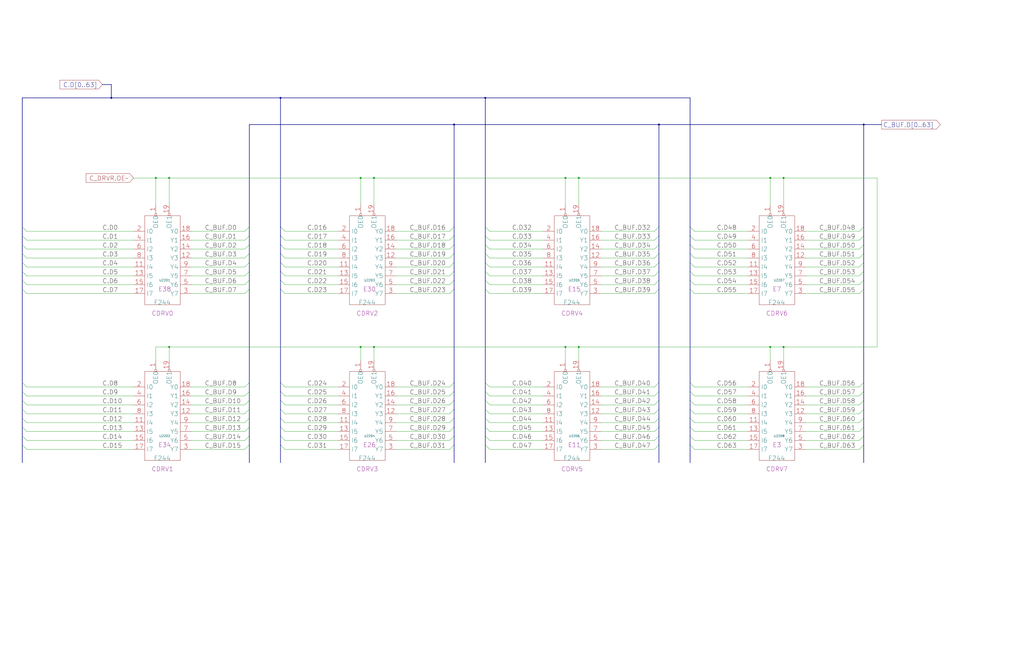
<source format=kicad_sch>
(kicad_sch (version 20250114) (generator "eeschema") (generator_version "9.0")
  (paper "User" 584.2 378.46)
  (title_block (title "C BUS DRIVER") (date "15-MAR-90") (rev "1.0") (comment 1 "TYPE") (comment 2 "232-003062") (comment 3 "S400") (comment 4 "RELEASED"))
  (lib_symbols
    (symbol "r1000:F244" (pin_names (offset 1.016))
      (property "Reference" "U" (at 2.54 5.08 0))
      (property "Value" "F244" (at -3.81 -7.62 0))
      (property "Location" "___" (at -1.27 0 0))
      (property "Name" "______" (at 1.27 -15.24 0))
      (symbol "F244_1_1"
        (rectangle (start -8.89 41.91) (end 11.43 -8.89))
        (circle (center -2.54 42.545) (radius 0.635))
        (circle (center 5.08 42.545) (radius 0.635))
        (pin input line (at -15.24 33.02 0) (length 6.35) (name "I0") (number "2"))
        (pin input line (at -15.24 27.94 0) (length 6.35) (name "I1") (number "4"))
        (pin input line (at -15.24 22.86 0) (length 6.35) (name "I2") (number "6"))
        (pin input line (at -15.24 17.78 0) (length 6.35) (name "I3") (number "8"))
        (pin input line (at -15.24 12.7 0) (length 6.35) (name "I4") (number "11"))
        (pin input line (at -15.24 7.62 0) (length 6.35) (name "I5") (number "13"))
        (pin input line (at -15.24 2.54 0) (length 6.35) (name "I6") (number "15"))
        (pin input line (at -15.24 -2.54 0) (length 6.35) (name "I7") (number "17"))
        (pin input line (at -2.54 48.26 270) (length 5.08) (name "OE0") (number "1"))
        (pin input line (at 5.08 48.26 270) (length 5.08) (name "OE1") (number "19"))
        (pin tri_state line (at 17.78 33.02 180) (length 6.35) (name "Y0") (number "18"))
        (pin tri_state line (at 17.78 27.94 180) (length 6.35) (name "Y1") (number "16"))
        (pin tri_state line (at 17.78 22.86 180) (length 6.35) (name "Y2") (number "14"))
        (pin tri_state line (at 17.78 17.78 180) (length 6.35) (name "Y3") (number "12"))
        (pin tri_state line (at 17.78 12.7 180) (length 6.35) (name "Y4") (number "9"))
        (pin tri_state line (at 17.78 7.62 180) (length 6.35) (name "Y5") (number "7"))
        (pin tri_state line (at 17.78 2.54 180) (length 6.35) (name "Y6") (number "5"))
        (pin tri_state line (at 17.78 -2.54 180) (length 6.35) (name "Y7") (number "3"))
      )
    )
  )
  (junction (at 259.08 71.12))
  (junction (at 322.58 101.6))
  (junction (at 322.58 198.12))
  (junction (at 447.04 198.12))
  (junction (at 330.2 198.12))
  (junction (at 160.02 55.88))
  (junction (at 96.52 198.12))
  (junction (at 213.36 101.6))
  (junction (at 375.92 71.12))
  (junction (at 492.76 71.12))
  (junction (at 96.52 101.6))
  (junction (at 439.42 101.6))
  (junction (at 205.74 198.12))
  (junction (at 330.2 101.6))
  (junction (at 439.42 198.12))
  (junction (at 88.9 101.6))
  (junction (at 205.74 101.6))
  (junction (at 213.36 198.12))
  (junction (at 63.5 55.88))
  (junction (at 447.04 101.6))
  (junction (at 276.86 55.88))
  (bus_entry (at 276.86 154.94) (size 2.54 2.54))
  (bus_entry (at 259.08 223.52) (size -2.54 2.54))
  (bus_entry (at 393.7 149.86) (size 2.54 2.54))
  (bus_entry (at 276.86 134.62) (size 2.54 2.54))
  (bus_entry (at 160.02 254) (size 2.54 2.54))
  (bus_entry (at 276.86 223.52) (size 2.54 2.54))
  (bus_entry (at 142.24 139.7) (size -2.54 2.54))
  (bus_entry (at 375.92 165.1) (size -2.54 2.54))
  (bus_entry (at 160.02 144.78) (size 2.54 2.54))
  (bus_entry (at 259.08 129.54) (size -2.54 2.54))
  (bus_entry (at 259.08 139.7) (size -2.54 2.54))
  (bus_entry (at 259.08 144.78) (size -2.54 2.54))
  (bus_entry (at 393.7 254) (size 2.54 2.54))
  (bus_entry (at 492.76 233.68) (size -2.54 2.54))
  (bus_entry (at 375.92 223.52) (size -2.54 2.54))
  (bus_entry (at 259.08 233.68) (size -2.54 2.54))
  (bus_entry (at 276.86 218.44) (size 2.54 2.54))
  (bus_entry (at 276.86 254) (size 2.54 2.54))
  (bus_entry (at 375.92 218.44) (size -2.54 2.54))
  (bus_entry (at 259.08 165.1) (size -2.54 2.54))
  (bus_entry (at 276.86 129.54) (size 2.54 2.54))
  (bus_entry (at 393.7 223.52) (size 2.54 2.54))
  (bus_entry (at 160.02 233.68) (size 2.54 2.54))
  (bus_entry (at 142.24 160.02) (size -2.54 2.54))
  (bus_entry (at 375.92 254) (size -2.54 2.54))
  (bus_entry (at 160.02 238.76) (size 2.54 2.54))
  (bus_entry (at 375.92 144.78) (size -2.54 2.54))
  (bus_entry (at 276.86 228.6) (size 2.54 2.54))
  (bus_entry (at 142.24 218.44) (size -2.54 2.54))
  (bus_entry (at 259.08 149.86) (size -2.54 2.54))
  (bus_entry (at 276.86 233.68) (size 2.54 2.54))
  (bus_entry (at 375.92 243.84) (size -2.54 2.54))
  (bus_entry (at 160.02 218.44) (size 2.54 2.54))
  (bus_entry (at 12.7 223.52) (size 2.54 2.54))
  (bus_entry (at 259.08 238.76) (size -2.54 2.54))
  (bus_entry (at 259.08 160.02) (size -2.54 2.54))
  (bus_entry (at 393.7 165.1) (size 2.54 2.54))
  (bus_entry (at 12.7 129.54) (size 2.54 2.54))
  (bus_entry (at 142.24 243.84) (size -2.54 2.54))
  (bus_entry (at 492.76 134.62) (size -2.54 2.54))
  (bus_entry (at 375.92 238.76) (size -2.54 2.54))
  (bus_entry (at 12.7 134.62) (size 2.54 2.54))
  (bus_entry (at 12.7 218.44) (size 2.54 2.54))
  (bus_entry (at 393.7 233.68) (size 2.54 2.54))
  (bus_entry (at 160.02 243.84) (size 2.54 2.54))
  (bus_entry (at 393.7 144.78) (size 2.54 2.54))
  (bus_entry (at 492.76 248.92) (size -2.54 2.54))
  (bus_entry (at 492.76 129.54) (size -2.54 2.54))
  (bus_entry (at 492.76 238.76) (size -2.54 2.54))
  (bus_entry (at 160.02 134.62) (size 2.54 2.54))
  (bus_entry (at 393.7 139.7) (size 2.54 2.54))
  (bus_entry (at 259.08 134.62) (size -2.54 2.54))
  (bus_entry (at 393.7 129.54) (size 2.54 2.54))
  (bus_entry (at 12.7 154.94) (size 2.54 2.54))
  (bus_entry (at 375.92 129.54) (size -2.54 2.54))
  (bus_entry (at 276.86 144.78) (size 2.54 2.54))
  (bus_entry (at 142.24 154.94) (size -2.54 2.54))
  (bus_entry (at 12.7 243.84) (size 2.54 2.54))
  (bus_entry (at 492.76 218.44) (size -2.54 2.54))
  (bus_entry (at 393.7 243.84) (size 2.54 2.54))
  (bus_entry (at 259.08 154.94) (size -2.54 2.54))
  (bus_entry (at 375.92 134.62) (size -2.54 2.54))
  (bus_entry (at 492.76 223.52) (size -2.54 2.54))
  (bus_entry (at 142.24 223.52) (size -2.54 2.54))
  (bus_entry (at 142.24 254) (size -2.54 2.54))
  (bus_entry (at 375.92 149.86) (size -2.54 2.54))
  (bus_entry (at 142.24 149.86) (size -2.54 2.54))
  (bus_entry (at 276.86 160.02) (size 2.54 2.54))
  (bus_entry (at 276.86 238.76) (size 2.54 2.54))
  (bus_entry (at 375.92 228.6) (size -2.54 2.54))
  (bus_entry (at 160.02 223.52) (size 2.54 2.54))
  (bus_entry (at 492.76 228.6) (size -2.54 2.54))
  (bus_entry (at 492.76 154.94) (size -2.54 2.54))
  (bus_entry (at 393.7 228.6) (size 2.54 2.54))
  (bus_entry (at 142.24 134.62) (size -2.54 2.54))
  (bus_entry (at 160.02 129.54) (size 2.54 2.54))
  (bus_entry (at 492.76 243.84) (size -2.54 2.54))
  (bus_entry (at 160.02 139.7) (size 2.54 2.54))
  (bus_entry (at 492.76 254) (size -2.54 2.54))
  (bus_entry (at 160.02 149.86) (size 2.54 2.54))
  (bus_entry (at 12.7 144.78) (size 2.54 2.54))
  (bus_entry (at 259.08 254) (size -2.54 2.54))
  (bus_entry (at 12.7 254) (size 2.54 2.54))
  (bus_entry (at 276.86 149.86) (size 2.54 2.54))
  (bus_entry (at 160.02 154.94) (size 2.54 2.54))
  (bus_entry (at 276.86 243.84) (size 2.54 2.54))
  (bus_entry (at 393.7 248.92) (size 2.54 2.54))
  (bus_entry (at 12.7 228.6) (size 2.54 2.54))
  (bus_entry (at 276.86 165.1) (size 2.54 2.54))
  (bus_entry (at 160.02 165.1) (size 2.54 2.54))
  (bus_entry (at 142.24 129.54) (size -2.54 2.54))
  (bus_entry (at 375.92 154.94) (size -2.54 2.54))
  (bus_entry (at 259.08 228.6) (size -2.54 2.54))
  (bus_entry (at 492.76 139.7) (size -2.54 2.54))
  (bus_entry (at 375.92 248.92) (size -2.54 2.54))
  (bus_entry (at 393.7 160.02) (size 2.54 2.54))
  (bus_entry (at 276.86 248.92) (size 2.54 2.54))
  (bus_entry (at 12.7 139.7) (size 2.54 2.54))
  (bus_entry (at 142.24 238.76) (size -2.54 2.54))
  (bus_entry (at 375.92 160.02) (size -2.54 2.54))
  (bus_entry (at 142.24 228.6) (size -2.54 2.54))
  (bus_entry (at 259.08 243.84) (size -2.54 2.54))
  (bus_entry (at 142.24 233.68) (size -2.54 2.54))
  (bus_entry (at 375.92 233.68) (size -2.54 2.54))
  (bus_entry (at 393.7 134.62) (size 2.54 2.54))
  (bus_entry (at 12.7 165.1) (size 2.54 2.54))
  (bus_entry (at 160.02 228.6) (size 2.54 2.54))
  (bus_entry (at 12.7 233.68) (size 2.54 2.54))
  (bus_entry (at 12.7 238.76) (size 2.54 2.54))
  (bus_entry (at 492.76 149.86) (size -2.54 2.54))
  (bus_entry (at 276.86 139.7) (size 2.54 2.54))
  (bus_entry (at 142.24 248.92) (size -2.54 2.54))
  (bus_entry (at 160.02 160.02) (size 2.54 2.54))
  (bus_entry (at 492.76 165.1) (size -2.54 2.54))
  (bus_entry (at 12.7 248.92) (size 2.54 2.54))
  (bus_entry (at 393.7 218.44) (size 2.54 2.54))
  (bus_entry (at 142.24 165.1) (size -2.54 2.54))
  (bus_entry (at 492.76 160.02) (size -2.54 2.54))
  (bus_entry (at 393.7 238.76) (size 2.54 2.54))
  (bus_entry (at 393.7 154.94) (size 2.54 2.54))
  (bus_entry (at 12.7 149.86) (size 2.54 2.54))
  (bus_entry (at 12.7 160.02) (size 2.54 2.54))
  (bus_entry (at 259.08 248.92) (size -2.54 2.54))
  (bus_entry (at 259.08 218.44) (size -2.54 2.54))
  (bus_entry (at 492.76 144.78) (size -2.54 2.54))
  (bus_entry (at 160.02 248.92) (size 2.54 2.54))
  (bus_entry (at 375.92 139.7) (size -2.54 2.54))
  (bus_entry (at 142.24 144.78) (size -2.54 2.54))
  (wire (pts (xy 279.4 220.98) (xy 309.88 220.98)))
  (wire (pts (xy 76.2 101.6) (xy 88.9 101.6)))
  (bus (pts (xy 142.24 144.78) (xy 142.24 149.86)))
  (wire (pts (xy 279.4 251.46) (xy 309.88 251.46)))
  (bus (pts (xy 492.76 149.86) (xy 492.76 154.94)))
  (bus (pts (xy 492.76 129.54) (xy 492.76 134.62)))
  (bus (pts (xy 142.24 248.92) (xy 142.24 254)))
  (bus (pts (xy 393.7 233.68) (xy 393.7 238.76)))
  (bus (pts (xy 160.02 243.84) (xy 160.02 248.92)))
  (bus (pts (xy 160.02 149.86) (xy 160.02 154.94)))
  (bus (pts (xy 276.86 243.84) (xy 276.86 248.92)))
  (wire (pts (xy 459.74 137.16) (xy 490.22 137.16)))
  (wire (pts (xy 226.06 147.32) (xy 256.54 147.32)))
  (bus (pts (xy 393.7 134.62) (xy 393.7 139.7)))
  (bus (pts (xy 375.92 160.02) (xy 375.92 165.1)))
  (bus (pts (xy 142.24 149.86) (xy 142.24 154.94)))
  (wire (pts (xy 279.4 256.54) (xy 309.88 256.54)))
  (wire (pts (xy 279.4 142.24) (xy 309.88 142.24)))
  (bus (pts (xy 276.86 55.88) (xy 276.86 129.54)))
  (wire (pts (xy 342.9 246.38) (xy 373.38 246.38)))
  (wire (pts (xy 109.22 246.38) (xy 139.7 246.38)))
  (bus (pts (xy 12.7 55.88) (xy 63.5 55.88)))
  (wire (pts (xy 342.9 251.46) (xy 373.38 251.46)))
  (bus (pts (xy 393.7 160.02) (xy 393.7 165.1)))
  (bus (pts (xy 160.02 238.76) (xy 160.02 243.84)))
  (wire (pts (xy 330.2 198.12) (xy 439.42 198.12)))
  (wire (pts (xy 226.06 142.24) (xy 256.54 142.24)))
  (wire (pts (xy 162.56 220.98) (xy 193.04 220.98)))
  (wire (pts (xy 15.24 147.32) (xy 76.2 147.32)))
  (bus (pts (xy 259.08 243.84) (xy 259.08 248.92)))
  (bus (pts (xy 259.08 233.68) (xy 259.08 238.76)))
  (wire (pts (xy 330.2 101.6) (xy 439.42 101.6)))
  (wire (pts (xy 96.52 101.6) (xy 205.74 101.6)))
  (bus (pts (xy 276.86 149.86) (xy 276.86 154.94)))
  (bus (pts (xy 12.7 129.54) (xy 12.7 134.62)))
  (wire (pts (xy 162.56 251.46) (xy 193.04 251.46)))
  (wire (pts (xy 439.42 101.6) (xy 447.04 101.6)))
  (bus (pts (xy 12.7 149.86) (xy 12.7 154.94)))
  (wire (pts (xy 109.22 132.08) (xy 139.7 132.08)))
  (bus (pts (xy 393.7 254) (xy 393.7 264.16)))
  (wire (pts (xy 205.74 101.6) (xy 205.74 116.84)))
  (wire (pts (xy 162.56 152.4) (xy 193.04 152.4)))
  (wire (pts (xy 162.56 246.38) (xy 193.04 246.38)))
  (wire (pts (xy 279.4 157.48) (xy 309.88 157.48)))
  (wire (pts (xy 226.06 251.46) (xy 256.54 251.46)))
  (wire (pts (xy 330.2 198.12) (xy 330.2 205.74)))
  (bus (pts (xy 375.92 254) (xy 375.92 264.16)))
  (wire (pts (xy 396.24 167.64) (xy 426.72 167.64)))
  (wire (pts (xy 15.24 162.56) (xy 76.2 162.56)))
  (wire (pts (xy 279.4 236.22) (xy 309.88 236.22)))
  (wire (pts (xy 396.24 147.32) (xy 426.72 147.32)))
  (bus (pts (xy 63.5 55.88) (xy 160.02 55.88)))
  (wire (pts (xy 88.9 198.12) (xy 88.9 205.74)))
  (bus (pts (xy 375.92 218.44) (xy 375.92 223.52)))
  (wire (pts (xy 279.4 167.64) (xy 309.88 167.64)))
  (bus (pts (xy 375.92 238.76) (xy 375.92 243.84)))
  (bus (pts (xy 142.24 254) (xy 142.24 264.16)))
  (wire (pts (xy 279.4 246.38) (xy 309.88 246.38)))
  (bus (pts (xy 492.76 238.76) (xy 492.76 243.84)))
  (wire (pts (xy 279.4 147.32) (xy 309.88 147.32)))
  (bus (pts (xy 276.86 160.02) (xy 276.86 165.1)))
  (wire (pts (xy 162.56 241.3) (xy 193.04 241.3)))
  (bus (pts (xy 375.92 248.92) (xy 375.92 254)))
  (wire (pts (xy 396.24 132.08) (xy 426.72 132.08)))
  (bus (pts (xy 276.86 218.44) (xy 276.86 223.52)))
  (wire (pts (xy 15.24 132.08) (xy 76.2 132.08)))
  (wire (pts (xy 213.36 101.6) (xy 322.58 101.6)))
  (bus (pts (xy 259.08 160.02) (xy 259.08 165.1)))
  (bus (pts (xy 393.7 228.6) (xy 393.7 233.68)))
  (bus (pts (xy 12.7 134.62) (xy 12.7 139.7)))
  (wire (pts (xy 447.04 198.12) (xy 447.04 205.74)))
  (bus (pts (xy 142.24 154.94) (xy 142.24 160.02)))
  (bus (pts (xy 142.24 139.7) (xy 142.24 144.78)))
  (bus (pts (xy 393.7 248.92) (xy 393.7 254)))
  (wire (pts (xy 459.74 256.54) (xy 490.22 256.54)))
  (wire (pts (xy 459.74 167.64) (xy 490.22 167.64)))
  (bus (pts (xy 58.42 48.26) (xy 63.5 48.26)))
  (bus (pts (xy 259.08 129.54) (xy 259.08 134.62)))
  (bus (pts (xy 259.08 165.1) (xy 259.08 218.44)))
  (wire (pts (xy 88.9 101.6) (xy 96.52 101.6)))
  (bus (pts (xy 492.76 71.12) (xy 502.92 71.12)))
  (wire (pts (xy 15.24 251.46) (xy 76.2 251.46)))
  (wire (pts (xy 396.24 137.16) (xy 426.72 137.16)))
  (wire (pts (xy 162.56 236.22) (xy 193.04 236.22)))
  (wire (pts (xy 447.04 101.6) (xy 447.04 116.84)))
  (bus (pts (xy 276.86 139.7) (xy 276.86 144.78)))
  (wire (pts (xy 109.22 147.32) (xy 139.7 147.32)))
  (wire (pts (xy 226.06 231.14) (xy 256.54 231.14)))
  (wire (pts (xy 162.56 167.64) (xy 193.04 167.64)))
  (bus (pts (xy 12.7 223.52) (xy 12.7 228.6)))
  (bus (pts (xy 160.02 248.92) (xy 160.02 254)))
  (wire (pts (xy 96.52 198.12) (xy 96.52 205.74)))
  (wire (pts (xy 15.24 157.48) (xy 76.2 157.48)))
  (wire (pts (xy 109.22 231.14) (xy 139.7 231.14)))
  (wire (pts (xy 459.74 226.06) (xy 490.22 226.06)))
  (bus (pts (xy 142.24 160.02) (xy 142.24 165.1)))
  (wire (pts (xy 15.24 236.22) (xy 76.2 236.22)))
  (bus (pts (xy 12.7 228.6) (xy 12.7 233.68)))
  (bus (pts (xy 160.02 129.54) (xy 160.02 134.62)))
  (wire (pts (xy 226.06 132.08) (xy 256.54 132.08)))
  (wire (pts (xy 279.4 162.56) (xy 309.88 162.56)))
  (wire (pts (xy 162.56 157.48) (xy 193.04 157.48)))
  (wire (pts (xy 213.36 198.12) (xy 322.58 198.12)))
  (bus (pts (xy 142.24 134.62) (xy 142.24 139.7)))
  (bus (pts (xy 276.86 238.76) (xy 276.86 243.84)))
  (bus (pts (xy 492.76 154.94) (xy 492.76 160.02)))
  (bus (pts (xy 259.08 223.52) (xy 259.08 228.6)))
  (bus (pts (xy 259.08 228.6) (xy 259.08 233.68)))
  (bus (pts (xy 142.24 223.52) (xy 142.24 228.6)))
  (bus (pts (xy 276.86 228.6) (xy 276.86 233.68)))
  (wire (pts (xy 15.24 231.14) (xy 76.2 231.14)))
  (bus (pts (xy 142.24 129.54) (xy 142.24 134.62)))
  (wire (pts (xy 226.06 152.4) (xy 256.54 152.4)))
  (bus (pts (xy 160.02 144.78) (xy 160.02 149.86)))
  (wire (pts (xy 15.24 241.3) (xy 76.2 241.3)))
  (bus (pts (xy 142.24 233.68) (xy 142.24 238.76)))
  (wire (pts (xy 459.74 220.98) (xy 490.22 220.98)))
  (bus (pts (xy 160.02 233.68) (xy 160.02 238.76)))
  (wire (pts (xy 342.9 132.08) (xy 373.38 132.08)))
  (wire (pts (xy 88.9 101.6) (xy 88.9 116.84)))
  (wire (pts (xy 459.74 241.3) (xy 490.22 241.3)))
  (wire (pts (xy 15.24 137.16) (xy 76.2 137.16)))
  (bus (pts (xy 259.08 139.7) (xy 259.08 144.78)))
  (bus (pts (xy 276.86 248.92) (xy 276.86 254)))
  (wire (pts (xy 109.22 152.4) (xy 139.7 152.4)))
  (wire (pts (xy 342.9 152.4) (xy 373.38 152.4)))
  (wire (pts (xy 15.24 220.98) (xy 76.2 220.98)))
  (bus (pts (xy 259.08 218.44) (xy 259.08 223.52)))
  (wire (pts (xy 279.4 132.08) (xy 309.88 132.08)))
  (bus (pts (xy 393.7 55.88) (xy 393.7 129.54)))
  (bus (pts (xy 492.76 144.78) (xy 492.76 149.86)))
  (bus (pts (xy 142.24 238.76) (xy 142.24 243.84)))
  (bus (pts (xy 393.7 144.78) (xy 393.7 149.86)))
  (bus (pts (xy 12.7 238.76) (xy 12.7 243.84)))
  (bus (pts (xy 393.7 243.84) (xy 393.7 248.92)))
  (bus (pts (xy 142.24 71.12) (xy 259.08 71.12)))
  (wire (pts (xy 342.9 147.32) (xy 373.38 147.32)))
  (bus (pts (xy 393.7 218.44) (xy 393.7 223.52)))
  (bus (pts (xy 375.92 134.62) (xy 375.92 139.7)))
  (bus (pts (xy 160.02 254) (xy 160.02 264.16)))
  (bus (pts (xy 492.76 134.62) (xy 492.76 139.7)))
  (wire (pts (xy 396.24 157.48) (xy 426.72 157.48)))
  (wire (pts (xy 96.52 101.6) (xy 96.52 116.84)))
  (wire (pts (xy 213.36 198.12) (xy 213.36 205.74)))
  (wire (pts (xy 322.58 101.6) (xy 330.2 101.6)))
  (bus (pts (xy 393.7 149.86) (xy 393.7 154.94)))
  (wire (pts (xy 459.74 142.24) (xy 490.22 142.24)))
  (bus (pts (xy 276.86 154.94) (xy 276.86 160.02)))
  (bus (pts (xy 160.02 55.88) (xy 276.86 55.88)))
  (wire (pts (xy 396.24 162.56) (xy 426.72 162.56)))
  (wire (pts (xy 342.9 167.64) (xy 373.38 167.64)))
  (wire (pts (xy 109.22 251.46) (xy 139.7 251.46)))
  (wire (pts (xy 15.24 226.06) (xy 76.2 226.06)))
  (bus (pts (xy 375.92 233.68) (xy 375.92 238.76)))
  (wire (pts (xy 342.9 162.56) (xy 373.38 162.56)))
  (bus (pts (xy 142.24 165.1) (xy 142.24 218.44)))
  (bus (pts (xy 375.92 223.52) (xy 375.92 228.6)))
  (bus (pts (xy 375.92 71.12) (xy 375.92 129.54)))
  (wire (pts (xy 459.74 236.22) (xy 490.22 236.22)))
  (wire (pts (xy 396.24 246.38) (xy 426.72 246.38)))
  (wire (pts (xy 342.9 231.14) (xy 373.38 231.14)))
  (wire (pts (xy 15.24 167.64) (xy 76.2 167.64)))
  (wire (pts (xy 342.9 241.3) (xy 373.38 241.3)))
  (bus (pts (xy 160.02 134.62) (xy 160.02 139.7)))
  (wire (pts (xy 15.24 256.54) (xy 76.2 256.54)))
  (bus (pts (xy 259.08 238.76) (xy 259.08 243.84)))
  (wire (pts (xy 330.2 101.6) (xy 330.2 116.84)))
  (bus (pts (xy 259.08 149.86) (xy 259.08 154.94)))
  (bus (pts (xy 259.08 71.12) (xy 259.08 129.54)))
  (wire (pts (xy 162.56 147.32) (xy 193.04 147.32)))
  (bus (pts (xy 12.7 248.92) (xy 12.7 254)))
  (wire (pts (xy 162.56 231.14) (xy 193.04 231.14)))
  (wire (pts (xy 396.24 236.22) (xy 426.72 236.22)))
  (wire (pts (xy 447.04 101.6) (xy 500.38 101.6)))
  (bus (pts (xy 160.02 139.7) (xy 160.02 144.78)))
  (wire (pts (xy 279.4 241.3) (xy 309.88 241.3)))
  (bus (pts (xy 12.7 254) (xy 12.7 264.16)))
  (bus (pts (xy 142.24 228.6) (xy 142.24 233.68)))
  (bus (pts (xy 12.7 160.02) (xy 12.7 165.1)))
  (wire (pts (xy 15.24 152.4) (xy 76.2 152.4)))
  (wire (pts (xy 396.24 226.06) (xy 426.72 226.06)))
  (wire (pts (xy 162.56 226.06) (xy 193.04 226.06)))
  (wire (pts (xy 205.74 198.12) (xy 205.74 205.74)))
  (bus (pts (xy 259.08 248.92) (xy 259.08 254)))
  (bus (pts (xy 276.86 254) (xy 276.86 264.16)))
  (wire (pts (xy 459.74 152.4) (xy 490.22 152.4)))
  (wire (pts (xy 109.22 142.24) (xy 139.7 142.24)))
  (bus (pts (xy 276.86 134.62) (xy 276.86 139.7)))
  (wire (pts (xy 213.36 101.6) (xy 213.36 116.84)))
  (wire (pts (xy 459.74 231.14) (xy 490.22 231.14)))
  (bus (pts (xy 12.7 243.84) (xy 12.7 248.92)))
  (bus (pts (xy 12.7 233.68) (xy 12.7 238.76)))
  (bus (pts (xy 12.7 218.44) (xy 12.7 223.52)))
  (wire (pts (xy 396.24 256.54) (xy 426.72 256.54)))
  (wire (pts (xy 500.38 101.6) (xy 500.38 198.12)))
  (bus (pts (xy 276.86 144.78) (xy 276.86 149.86)))
  (bus (pts (xy 375.92 129.54) (xy 375.92 134.62)))
  (bus (pts (xy 12.7 139.7) (xy 12.7 144.78)))
  (wire (pts (xy 322.58 198.12) (xy 330.2 198.12)))
  (wire (pts (xy 226.06 226.06) (xy 256.54 226.06)))
  (bus (pts (xy 492.76 254) (xy 492.76 264.16)))
  (wire (pts (xy 279.4 137.16) (xy 309.88 137.16)))
  (bus (pts (xy 160.02 228.6) (xy 160.02 233.68)))
  (bus (pts (xy 393.7 154.94) (xy 393.7 160.02)))
  (wire (pts (xy 396.24 231.14) (xy 426.72 231.14)))
  (bus (pts (xy 492.76 248.92) (xy 492.76 254)))
  (wire (pts (xy 109.22 220.98) (xy 139.7 220.98)))
  (wire (pts (xy 226.06 241.3) (xy 256.54 241.3)))
  (wire (pts (xy 109.22 167.64) (xy 139.7 167.64)))
  (wire (pts (xy 226.06 162.56) (xy 256.54 162.56)))
  (bus (pts (xy 276.86 55.88) (xy 393.7 55.88)))
  (wire (pts (xy 279.4 226.06) (xy 309.88 226.06)))
  (wire (pts (xy 396.24 251.46) (xy 426.72 251.46)))
  (wire (pts (xy 459.74 251.46) (xy 490.22 251.46)))
  (bus (pts (xy 393.7 238.76) (xy 393.7 243.84)))
  (wire (pts (xy 205.74 198.12) (xy 213.36 198.12)))
  (bus (pts (xy 492.76 165.1) (xy 492.76 218.44)))
  (bus (pts (xy 375.92 154.94) (xy 375.92 160.02)))
  (bus (pts (xy 492.76 160.02) (xy 492.76 165.1)))
  (wire (pts (xy 205.74 101.6) (xy 213.36 101.6)))
  (bus (pts (xy 492.76 228.6) (xy 492.76 233.68)))
  (bus (pts (xy 259.08 144.78) (xy 259.08 149.86)))
  (bus (pts (xy 375.92 228.6) (xy 375.92 233.68)))
  (wire (pts (xy 396.24 241.3) (xy 426.72 241.3)))
  (wire (pts (xy 226.06 157.48) (xy 256.54 157.48)))
  (wire (pts (xy 226.06 167.64) (xy 256.54 167.64)))
  (wire (pts (xy 342.9 256.54) (xy 373.38 256.54)))
  (bus (pts (xy 375.92 144.78) (xy 375.92 149.86)))
  (bus (pts (xy 393.7 129.54) (xy 393.7 134.62)))
  (wire (pts (xy 88.9 198.12) (xy 96.52 198.12)))
  (bus (pts (xy 160.02 160.02) (xy 160.02 165.1)))
  (wire (pts (xy 15.24 142.24) (xy 76.2 142.24)))
  (bus (pts (xy 276.86 129.54) (xy 276.86 134.62)))
  (wire (pts (xy 342.9 157.48) (xy 373.38 157.48)))
  (wire (pts (xy 162.56 162.56) (xy 193.04 162.56)))
  (wire (pts (xy 109.22 241.3) (xy 139.7 241.3)))
  (wire (pts (xy 459.74 162.56) (xy 490.22 162.56)))
  (wire (pts (xy 396.24 152.4) (xy 426.72 152.4)))
  (bus (pts (xy 375.92 165.1) (xy 375.92 218.44)))
  (bus (pts (xy 12.7 144.78) (xy 12.7 149.86)))
  (wire (pts (xy 439.42 198.12) (xy 439.42 205.74)))
  (bus (pts (xy 142.24 218.44) (xy 142.24 223.52)))
  (bus (pts (xy 276.86 165.1) (xy 276.86 218.44)))
  (bus (pts (xy 12.7 55.88) (xy 12.7 129.54)))
  (wire (pts (xy 226.06 246.38) (xy 256.54 246.38)))
  (bus (pts (xy 160.02 55.88) (xy 160.02 129.54)))
  (wire (pts (xy 459.74 246.38) (xy 490.22 246.38)))
  (bus (pts (xy 142.24 243.84) (xy 142.24 248.92)))
  (wire (pts (xy 162.56 142.24) (xy 193.04 142.24)))
  (bus (pts (xy 492.76 71.12) (xy 492.76 129.54)))
  (bus (pts (xy 492.76 243.84) (xy 492.76 248.92)))
  (wire (pts (xy 439.42 101.6) (xy 439.42 116.84)))
  (wire (pts (xy 459.74 157.48) (xy 490.22 157.48)))
  (wire (pts (xy 322.58 101.6) (xy 322.58 116.84)))
  (bus (pts (xy 393.7 139.7) (xy 393.7 144.78)))
  (bus (pts (xy 375.92 139.7) (xy 375.92 144.78)))
  (bus (pts (xy 63.5 48.26) (xy 63.5 55.88)))
  (bus (pts (xy 276.86 223.52) (xy 276.86 228.6)))
  (bus (pts (xy 259.08 154.94) (xy 259.08 160.02)))
  (wire (pts (xy 459.74 132.08) (xy 490.22 132.08)))
  (bus (pts (xy 375.92 71.12) (xy 492.76 71.12)))
  (bus (pts (xy 160.02 223.52) (xy 160.02 228.6)))
  (wire (pts (xy 109.22 162.56) (xy 139.7 162.56)))
  (bus (pts (xy 259.08 134.62) (xy 259.08 139.7)))
  (wire (pts (xy 342.9 226.06) (xy 373.38 226.06)))
  (wire (pts (xy 226.06 137.16) (xy 256.54 137.16)))
  (wire (pts (xy 279.4 152.4) (xy 309.88 152.4)))
  (wire (pts (xy 342.9 220.98) (xy 373.38 220.98)))
  (bus (pts (xy 492.76 139.7) (xy 492.76 144.78)))
  (wire (pts (xy 96.52 198.12) (xy 205.74 198.12)))
  (bus (pts (xy 492.76 218.44) (xy 492.76 223.52)))
  (bus (pts (xy 160.02 218.44) (xy 160.02 223.52)))
  (wire (pts (xy 109.22 157.48) (xy 139.7 157.48)))
  (wire (pts (xy 342.9 137.16) (xy 373.38 137.16)))
  (bus (pts (xy 375.92 243.84) (xy 375.92 248.92)))
  (bus (pts (xy 393.7 165.1) (xy 393.7 218.44)))
  (wire (pts (xy 109.22 236.22) (xy 139.7 236.22)))
  (bus (pts (xy 393.7 223.52) (xy 393.7 228.6)))
  (bus (pts (xy 142.24 71.12) (xy 142.24 129.54)))
  (bus (pts (xy 259.08 254) (xy 259.08 264.16)))
  (wire (pts (xy 342.9 236.22) (xy 373.38 236.22)))
  (bus (pts (xy 160.02 165.1) (xy 160.02 218.44)))
  (bus (pts (xy 12.7 165.1) (xy 12.7 218.44)))
  (wire (pts (xy 226.06 236.22) (xy 256.54 236.22)))
  (bus (pts (xy 375.92 149.86) (xy 375.92 154.94)))
  (bus (pts (xy 276.86 233.68) (xy 276.86 238.76)))
  (wire (pts (xy 279.4 231.14) (xy 309.88 231.14)))
  (wire (pts (xy 459.74 147.32) (xy 490.22 147.32)))
  (wire (pts (xy 500.38 198.12) (xy 447.04 198.12)))
  (wire (pts (xy 162.56 132.08) (xy 193.04 132.08)))
  (wire (pts (xy 15.24 246.38) (xy 76.2 246.38)))
  (wire (pts (xy 226.06 220.98) (xy 256.54 220.98)))
  (wire (pts (xy 396.24 220.98) (xy 426.72 220.98)))
  (wire (pts (xy 226.06 256.54) (xy 256.54 256.54)))
  (bus (pts (xy 492.76 223.52) (xy 492.76 228.6)))
  (wire (pts (xy 322.58 198.12) (xy 322.58 205.74)))
  (wire (pts (xy 109.22 226.06) (xy 139.7 226.06)))
  (wire (pts (xy 396.24 142.24) (xy 426.72 142.24)))
  (bus (pts (xy 160.02 154.94) (xy 160.02 160.02)))
  (wire (pts (xy 342.9 142.24) (xy 373.38 142.24)))
  (wire (pts (xy 109.22 256.54) (xy 139.7 256.54)))
  (wire (pts (xy 162.56 256.54) (xy 193.04 256.54)))
  (wire (pts (xy 109.22 137.16) (xy 139.7 137.16)))
  (wire (pts (xy 439.42 198.12) (xy 447.04 198.12)))
  (bus (pts (xy 259.08 71.12) (xy 375.92 71.12)))
  (bus (pts (xy 492.76 233.68) (xy 492.76 238.76)))
  (wire (pts (xy 162.56 137.16) (xy 193.04 137.16)))
  (bus (pts (xy 12.7 154.94) (xy 12.7 160.02)))
  (label "C_BUF.D59" (at 467.36 236.22 0) (effects (font (size 2.54 2.54))))
  (label "C.D54" (at 408.94 162.56 0) (effects (font (size 2.54 2.54))))
  (label "C.D5" (at 58.42 157.48 0) (effects (font (size 2.54 2.54))))
  (label "C_BUF.D40" (at 350.52 220.98 0) (effects (font (size 2.54 2.54))))
  (label "C.D32" (at 292.1 132.08 0) (effects (font (size 2.54 2.54))))
  (label "C.D25" (at 175.26 226.06 0) (effects (font (size 2.54 2.54))))
  (label "C_BUF.D21" (at 233.68 157.48 0) (effects (font (size 2.54 2.54))))
  (label "C_BUF.D17" (at 233.68 137.16 0) (effects (font (size 2.54 2.54))))
  (label "C_BUF.D9" (at 116.84 226.06 0) (effects (font (size 2.54 2.54))))
  (label "C.D43" (at 292.1 236.22 0) (effects (font (size 2.54 2.54))))
  (label "C.D9" (at 58.42 226.06 0) (effects (font (size 2.54 2.54))))
  (label "C_BUF.D48" (at 467.36 132.08 0) (effects (font (size 2.54 2.54))))
  (label "C_BUF.D62" (at 467.36 251.46 0) (effects (font (size 2.54 2.54))))
  (label "C.D53" (at 408.94 157.48 0) (effects (font (size 2.54 2.54))))
  (label "C.D33" (at 292.1 137.16 0) (effects (font (size 2.54 2.54))))
  (label "C_BUF.D25" (at 233.68 226.06 0) (effects (font (size 2.54 2.54))))
  (label "C_BUF.D10" (at 116.84 231.14 0) (effects (font (size 2.54 2.54))))
  (label "C_BUF.D61" (at 467.36 246.38 0) (effects (font (size 2.54 2.54))))
  (label "C.D42" (at 292.1 231.14 0) (effects (font (size 2.54 2.54))))
  (label "C_BUF.D51" (at 467.36 147.32 0) (effects (font (size 2.54 2.54))))
  (label "C.D58" (at 408.94 231.14 0) (effects (font (size 2.54 2.54))))
  (label "C.D1" (at 58.42 137.16 0) (effects (font (size 2.54 2.54))))
  (label "C_BUF.D41" (at 350.52 226.06 0) (effects (font (size 2.54 2.54))))
  (label "C_BUF.D34" (at 350.52 142.24 0) (effects (font (size 2.54 2.54))))
  (label "C.D4" (at 58.42 152.4 0) (effects (font (size 2.54 2.54))))
  (label "C.D26" (at 175.26 231.14 0) (effects (font (size 2.54 2.54))))
  (label "C_BUF.D7" (at 116.84 167.64 0) (effects (font (size 2.54 2.54))))
  (label "C.D30" (at 175.26 251.46 0) (effects (font (size 2.54 2.54))))
  (label "C.D36" (at 292.1 152.4 0) (effects (font (size 2.54 2.54))))
  (label "C.D0" (at 58.42 132.08 0) (effects (font (size 2.54 2.54))))
  (label "C_BUF.D24" (at 233.68 220.98 0) (effects (font (size 2.54 2.54))))
  (label "C_BUF.D13" (at 116.84 246.38 0) (effects (font (size 2.54 2.54))))
  (label "C_BUF.D44" (at 350.52 241.3 0) (effects (font (size 2.54 2.54))))
  (label "C.D31" (at 175.26 256.54 0) (effects (font (size 2.54 2.54))))
  (label "C_BUF.D16" (at 233.68 132.08 0) (effects (font (size 2.54 2.54))))
  (label "C.D21" (at 175.26 157.48 0) (effects (font (size 2.54 2.54))))
  (label "C_BUF.D46" (at 350.52 251.46 0) (effects (font (size 2.54 2.54))))
  (label "C.D35" (at 292.1 147.32 0) (effects (font (size 2.54 2.54))))
  (label "C_BUF.D3" (at 116.84 147.32 0) (effects (font (size 2.54 2.54))))
  (label "C_BUF.D49" (at 467.36 137.16 0) (effects (font (size 2.54 2.54))))
  (label "C.D6" (at 58.42 162.56 0) (effects (font (size 2.54 2.54))))
  (label "C_BUF.D57" (at 467.36 226.06 0) (effects (font (size 2.54 2.54))))
  (label "C_BUF.D39" (at 350.52 167.64 0) (effects (font (size 2.54 2.54))))
  (label "C.D50" (at 408.94 142.24 0) (effects (font (size 2.54 2.54))))
  (label "C_BUF.D42" (at 350.52 231.14 0) (effects (font (size 2.54 2.54))))
  (label "C_BUF.D33" (at 350.52 137.16 0) (effects (font (size 2.54 2.54))))
  (label "C_BUF.D38" (at 350.52 162.56 0) (effects (font (size 2.54 2.54))))
  (label "C.D20" (at 175.26 152.4 0) (effects (font (size 2.54 2.54))))
  (label "C_BUF.D6" (at 116.84 162.56 0) (effects (font (size 2.54 2.54))))
  (label "C.D18" (at 175.26 142.24 0) (effects (font (size 2.54 2.54))))
  (label "C_BUF.D60" (at 467.36 241.3 0) (effects (font (size 2.54 2.54))))
  (label "C_BUF.D53" (at 467.36 157.48 0) (effects (font (size 2.54 2.54))))
  (label "C_BUF.D23" (at 233.68 167.64 0) (effects (font (size 2.54 2.54))))
  (label "C.D12" (at 58.42 241.3 0) (effects (font (size 2.54 2.54))))
  (label "C.D44" (at 292.1 241.3 0) (effects (font (size 2.54 2.54))))
  (label "C_BUF.D30" (at 233.68 251.46 0) (effects (font (size 2.54 2.54))))
  (label "C.D47" (at 292.1 256.54 0) (effects (font (size 2.54 2.54))))
  (label "C_BUF.D2" (at 116.84 142.24 0) (effects (font (size 2.54 2.54))))
  (label "C.D51" (at 408.94 147.32 0) (effects (font (size 2.54 2.54))))
  (label "C_BUF.D20" (at 233.68 152.4 0) (effects (font (size 2.54 2.54))))
  (label "C.D55" (at 408.94 167.64 0) (effects (font (size 2.54 2.54))))
  (label "C_BUF.D55" (at 467.36 167.64 0) (effects (font (size 2.54 2.54))))
  (label "C_BUF.D0" (at 116.84 132.08 0) (effects (font (size 2.54 2.54))))
  (label "C.D23" (at 175.26 167.64 0) (effects (font (size 2.54 2.54))))
  (label "C.D46" (at 292.1 251.46 0) (effects (font (size 2.54 2.54))))
  (label "C.D59" (at 408.94 236.22 0) (effects (font (size 2.54 2.54))))
  (label "C_BUF.D28" (at 233.68 241.3 0) (effects (font (size 2.54 2.54))))
  (label "C_BUF.D63" (at 467.36 256.54 0) (effects (font (size 2.54 2.54))))
  (label "C_BUF.D1" (at 116.84 137.16 0) (effects (font (size 2.54 2.54))))
  (label "C_BUF.D14" (at 116.84 251.46 0) (effects (font (size 2.54 2.54))))
  (label "C.D45" (at 292.1 246.38 0) (effects (font (size 2.54 2.54))))
  (label "C_BUF.D15" (at 116.84 256.54 0) (effects (font (size 2.54 2.54))))
  (label "C_BUF.D56" (at 467.36 220.98 0) (effects (font (size 2.54 2.54))))
  (label "C.D63" (at 408.94 256.54 0) (effects (font (size 2.54 2.54))))
  (label "C_BUF.D11" (at 116.84 236.22 0) (effects (font (size 2.54 2.54))))
  (label "C.D29" (at 175.26 246.38 0) (effects (font (size 2.54 2.54))))
  (label "C_BUF.D5" (at 116.84 157.48 0) (effects (font (size 2.54 2.54))))
  (label "C_BUF.D31" (at 233.68 256.54 0) (effects (font (size 2.54 2.54))))
  (label "C.D3" (at 58.42 147.32 0) (effects (font (size 2.54 2.54))))
  (label "C.D37" (at 292.1 157.48 0) (effects (font (size 2.54 2.54))))
  (label "C.D49" (at 408.94 137.16 0) (effects (font (size 2.54 2.54))))
  (label "C_BUF.D35" (at 350.52 147.32 0) (effects (font (size 2.54 2.54))))
  (label "C.D15" (at 58.42 256.54 0) (effects (font (size 2.54 2.54))))
  (label "C_BUF.D45" (at 350.52 246.38 0) (effects (font (size 2.54 2.54))))
  (label "C.D39" (at 292.1 167.64 0) (effects (font (size 2.54 2.54))))
  (label "C.D22" (at 175.26 162.56 0) (effects (font (size 2.54 2.54))))
  (label "C.D10" (at 58.42 231.14 0) (effects (font (size 2.54 2.54))))
  (label "C_BUF.D54" (at 467.36 162.56 0) (effects (font (size 2.54 2.54))))
  (label "C_BUF.D36" (at 350.52 152.4 0) (effects (font (size 2.54 2.54))))
  (label "C.D41" (at 292.1 226.06 0) (effects (font (size 2.54 2.54))))
  (label "C.D24" (at 175.26 220.98 0) (effects (font (size 2.54 2.54))))
  (label "C.D2" (at 58.42 142.24 0) (effects (font (size 2.54 2.54))))
  (label "C_BUF.D43" (at 350.52 236.22 0) (effects (font (size 2.54 2.54))))
  (label "C.D40" (at 292.1 220.98 0) (effects (font (size 2.54 2.54))))
  (label "C.D17" (at 175.26 137.16 0) (effects (font (size 2.54 2.54))))
  (label "C.D34" (at 292.1 142.24 0) (effects (font (size 2.54 2.54))))
  (label "C_BUF.D32" (at 350.52 132.08 0) (effects (font (size 2.54 2.54))))
  (label "C.D19" (at 175.26 147.32 0) (effects (font (size 2.54 2.54))))
  (label "C.D8" (at 58.42 220.98 0) (effects (font (size 2.54 2.54))))
  (label "C.D27" (at 175.26 236.22 0) (effects (font (size 2.54 2.54))))
  (label "C.D56" (at 408.94 220.98 0) (effects (font (size 2.54 2.54))))
  (label "C_BUF.D29" (at 233.68 246.38 0) (effects (font (size 2.54 2.54))))
  (label "C_BUF.D47" (at 350.52 256.54 0) (effects (font (size 2.54 2.54))))
  (label "C_BUF.D12" (at 116.84 241.3 0) (effects (font (size 2.54 2.54))))
  (label "C_BUF.D37" (at 350.52 157.48 0) (effects (font (size 2.54 2.54))))
  (label "C.D60" (at 408.94 241.3 0) (effects (font (size 2.54 2.54))))
  (label "C.D28" (at 175.26 241.3 0) (effects (font (size 2.54 2.54))))
  (label "C_BUF.D26" (at 233.68 231.14 0) (effects (font (size 2.54 2.54))))
  (label "C.D13" (at 58.42 246.38 0) (effects (font (size 2.54 2.54))))
  (label "C.D14" (at 58.42 251.46 0) (effects (font (size 2.54 2.54))))
  (label "C_BUF.D58" (at 467.36 231.14 0) (effects (font (size 2.54 2.54))))
  (label "C_BUF.D4" (at 116.84 152.4 0) (effects (font (size 2.54 2.54))))
  (label "C_BUF.D50" (at 467.36 142.24 0) (effects (font (size 2.54 2.54))))
  (label "C_BUF.D27" (at 233.68 236.22 0) (effects (font (size 2.54 2.54))))
  (label "C.D61" (at 408.94 246.38 0) (effects (font (size 2.54 2.54))))
  (label "C.D38" (at 292.1 162.56 0) (effects (font (size 2.54 2.54))))
  (label "C.D11" (at 58.42 236.22 0) (effects (font (size 2.54 2.54))))
  (label "C.D52" (at 408.94 152.4 0) (effects (font (size 2.54 2.54))))
  (label "C_BUF.D8" (at 116.84 220.98 0) (effects (font (size 2.54 2.54))))
  (label "C_BUF.D18" (at 233.68 142.24 0) (effects (font (size 2.54 2.54))))
  (label "C.D7" (at 58.42 167.64 0) (effects (font (size 2.54 2.54))))
  (label "C_BUF.D52" (at 467.36 152.4 0) (effects (font (size 2.54 2.54))))
  (label "C_BUF.D22" (at 233.68 162.56 0) (effects (font (size 2.54 2.54))))
  (label "C_BUF.D19" (at 233.68 147.32 0) (effects (font (size 2.54 2.54))))
  (label "C.D16" (at 175.26 132.08 0) (effects (font (size 2.54 2.54))))
  (label "C.D48" (at 408.94 132.08 0) (effects (font (size 2.54 2.54))))
  (label "C.D57" (at 408.94 226.06 0) (effects (font (size 2.54 2.54))))
  (label "C.D62" (at 408.94 251.46 0) (effects (font (size 2.54 2.54))))
  (global_label "C_DRVR.OE~" (shape input) (at 76.2 101.6 180) (effects (font (size 2.54 2.54))) (property "Intersheetrefs" "${INTERSHEET_REFS}" (at 49.1188 101.4413 0) (effects (font (size 1.905 1.905)) (justify right))))
  (global_label "C.D[0..63]" (shape input) (at 58.42 48.26 180) (effects (font (size 2.54 2.54))) (property "Intersheetrefs" "${INTERSHEET_REFS}" (at 34.2416 48.1013 0) (effects (font (size 1.905 1.905)) (justify right))))
  (global_label "C_BUF.D[0..63]" (shape output) (at 502.92 71.12 0) (effects (font (size 2.54 2.54))) (property "Intersheetrefs" "${INTERSHEET_REFS}" (at 536.4117 70.9613 0) (effects (font (size 1.905 1.905)) (justify left))))
  (symbol (lib_id "r1000:F244") (at 325.12 254 0) (unit 1)
    (property "Reference" "U2206" (at 327.66 248.92 0))
    (property "Value" "F244" (at 321.31 261.62 0) (effects (font (size 2.54 2.54)) (justify left)))
    (property "Location" "E11" (at 323.85 254 0) (effects (font (size 2.54 2.54)) (justify left)))
    (property "Name" "CDRV5" (at 326.39 269.24 0) (effects (font (size 2.54 2.54)) (justify bottom)))
  )
  (symbol (lib_id "r1000:F244") (at 441.96 165.1 0) (unit 1)
    (property "Reference" "U2207" (at 444.5 160.02 0))
    (property "Value" "F244" (at 438.15 172.72 0) (effects (font (size 2.54 2.54)) (justify left)))
    (property "Location" "E7" (at 440.69 165.1 0) (effects (font (size 2.54 2.54)) (justify left)))
    (property "Name" "CDRV6" (at 443.23 180.34 0) (effects (font (size 2.54 2.54)) (justify bottom)))
  )
  (symbol (lib_id "r1000:F244") (at 91.44 254 0) (unit 1)
    (property "Reference" "U2202" (at 93.98 248.92 0))
    (property "Value" "F244" (at 87.63 261.62 0) (effects (font (size 2.54 2.54)) (justify left)))
    (property "Location" "E34" (at 90.17 254 0) (effects (font (size 2.54 2.54)) (justify left)))
    (property "Name" "CDRV1" (at 92.71 269.24 0) (effects (font (size 2.54 2.54)) (justify bottom)))
  )
  (symbol (lib_id "r1000:F244") (at 208.28 165.1 0) (unit 1)
    (property "Reference" "U2203" (at 210.82 160.02 0))
    (property "Value" "F244" (at 204.47 172.72 0) (effects (font (size 2.54 2.54)) (justify left)))
    (property "Location" "E30" (at 207.01 165.1 0) (effects (font (size 2.54 2.54)) (justify left)))
    (property "Name" "CDRV2" (at 209.55 180.34 0) (effects (font (size 2.54 2.54)) (justify bottom)))
  )
  (symbol (lib_id "r1000:F244") (at 441.96 254 0) (unit 1)
    (property "Reference" "U2208" (at 444.5 248.92 0))
    (property "Value" "F244" (at 438.15 261.62 0) (effects (font (size 2.54 2.54)) (justify left)))
    (property "Location" "E3" (at 440.69 254 0) (effects (font (size 2.54 2.54)) (justify left)))
    (property "Name" "CDRV7" (at 443.23 269.24 0) (effects (font (size 2.54 2.54)) (justify bottom)))
  )
  (symbol (lib_id "r1000:F244") (at 208.28 254 0) (unit 1)
    (property "Reference" "U2204" (at 210.82 248.92 0))
    (property "Value" "F244" (at 204.47 261.62 0) (effects (font (size 2.54 2.54)) (justify left)))
    (property "Location" "E26" (at 207.01 254 0) (effects (font (size 2.54 2.54)) (justify left)))
    (property "Name" "CDRV3" (at 209.55 269.24 0) (effects (font (size 2.54 2.54)) (justify bottom)))
  )
  (symbol (lib_id "r1000:F244") (at 325.12 165.1 0) (unit 1)
    (property "Reference" "U2205" (at 327.66 160.02 0))
    (property "Value" "F244" (at 321.31 172.72 0) (effects (font (size 2.54 2.54)) (justify left)))
    (property "Location" "E15" (at 323.85 165.1 0) (effects (font (size 2.54 2.54)) (justify left)))
    (property "Name" "CDRV4" (at 326.39 180.34 0) (effects (font (size 2.54 2.54)) (justify bottom)))
  )
  (symbol (lib_id "r1000:F244") (at 91.44 165.1 0) (unit 1)
    (property "Reference" "U2201" (at 93.98 160.02 0))
    (property "Value" "F244" (at 87.63 172.72 0) (effects (font (size 2.54 2.54)) (justify left)))
    (property "Location" "E38" (at 90.17 165.1 0) (effects (font (size 2.54 2.54)) (justify left)))
    (property "Name" "CDRV0" (at 92.71 180.34 0) (effects (font (size 2.54 2.54)) (justify bottom)))
  )
)
</source>
